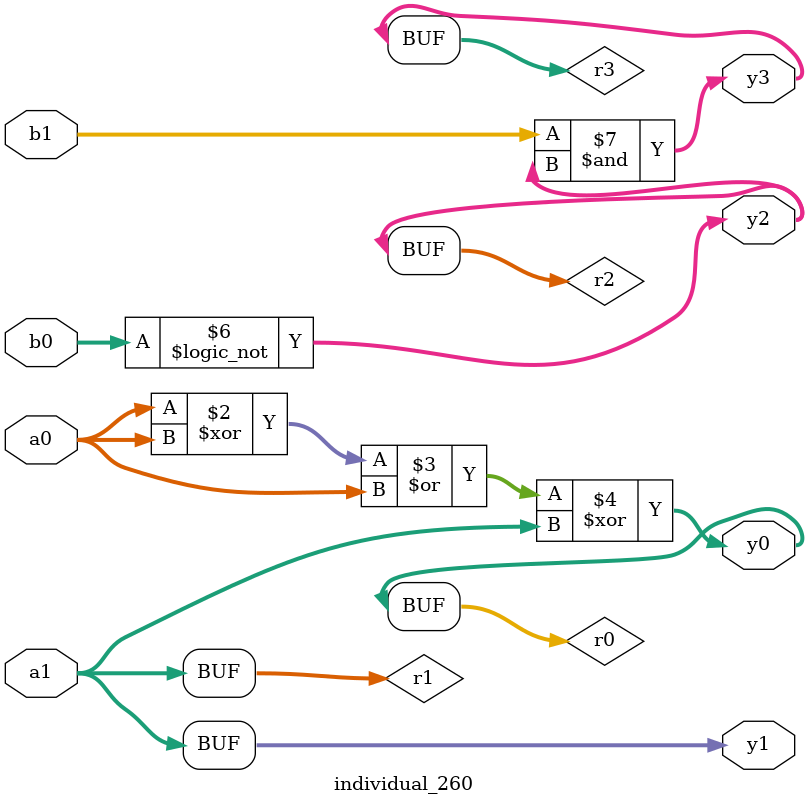
<source format=sv>
module individual_260(input logic [15:0] a1, input logic [15:0] a0, input logic [15:0] b1, input logic [15:0] b0, output logic [15:0] y3, output logic [15:0] y2, output logic [15:0] y1, output logic [15:0] y0);
logic [15:0] r0, r1, r2, r3; 
 always@(*) begin 
	 r0 = a0; r1 = a1; r2 = b0; r3 = b1; 
 	 r0  ^=  a0 ;
 	 r0  |=  a0 ;
 	 r0  ^=  r1 ;
 	 r2  &=  r0 ;
 	 r2 = ! b0 ;
 	 r3  &=  r2 ;
 	 y3 = r3; y2 = r2; y1 = r1; y0 = r0; 
end
endmodule
</source>
